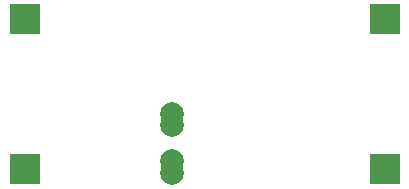
<source format=gbs>
%TF.GenerationSoftware,KiCad,Pcbnew,(6.0.7)*%
%TF.CreationDate,2022-10-15T23:28:00+03:00*%
%TF.ProjectId,mc34063-step-down-dev-0.3,6d633334-3036-4332-9d73-7465702d646f,rev?*%
%TF.SameCoordinates,Original*%
%TF.FileFunction,Soldermask,Bot*%
%TF.FilePolarity,Negative*%
%FSLAX46Y46*%
G04 Gerber Fmt 4.6, Leading zero omitted, Abs format (unit mm)*
G04 Created by KiCad (PCBNEW (6.0.7)) date 2022-10-15 23:28:00*
%MOMM*%
%LPD*%
G01*
G04 APERTURE LIST*
%ADD10R,2.500000X2.500000*%
%ADD11C,2.000000*%
G04 APERTURE END LIST*
D10*
%TO.C,U5*%
X111760000Y-48260000D03*
%TD*%
D11*
%TO.C,U2*%
X93805000Y-61301000D03*
X93805000Y-60301000D03*
X93805000Y-56301000D03*
X93805000Y-57301000D03*
%TD*%
D10*
%TO.C,U3*%
X81280000Y-48260000D03*
%TD*%
%TO.C,U4*%
X81280000Y-60960000D03*
%TD*%
%TO.C,U6*%
X111760000Y-60960000D03*
%TD*%
M02*

</source>
